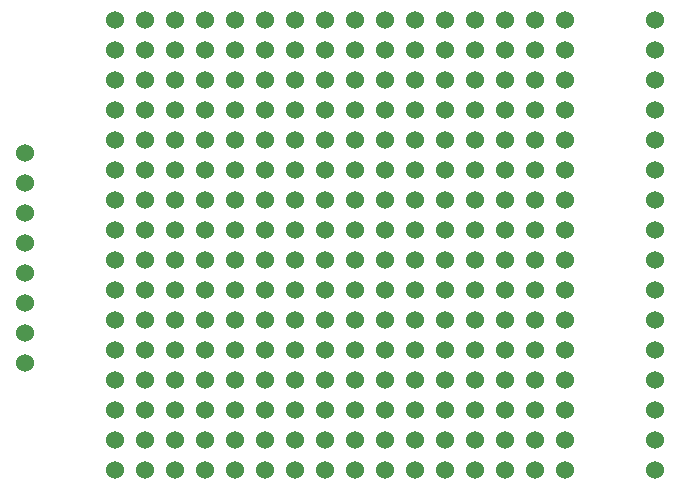
<source format=gbr>
%TF.GenerationSoftware,KiCad,Pcbnew,(5.1.10-1-10_14)*%
%TF.CreationDate,2021-10-20T14:53:20-04:00*%
%TF.ProjectId,DIODE-prototype-board,44494f44-452d-4707-926f-746f74797065,rev?*%
%TF.SameCoordinates,Original*%
%TF.FileFunction,Soldermask,Top*%
%TF.FilePolarity,Negative*%
%FSLAX46Y46*%
G04 Gerber Fmt 4.6, Leading zero omitted, Abs format (unit mm)*
G04 Created by KiCad (PCBNEW (5.1.10-1-10_14)) date 2021-10-20 14:53:20*
%MOMM*%
%LPD*%
G01*
G04 APERTURE LIST*
%ADD10C,1.524000*%
G04 APERTURE END LIST*
D10*
%TO.C,U1*%
X112522000Y-159174000D03*
X112522000Y-141394000D03*
X112522000Y-169334000D03*
X112522000Y-154094000D03*
X112522000Y-138854000D03*
X112522000Y-151554000D03*
X112522000Y-131234000D03*
X112522000Y-166794000D03*
X112522000Y-136314000D03*
X112522000Y-161714000D03*
X112522000Y-146474000D03*
X112522000Y-149014000D03*
X112522000Y-143934000D03*
X112522000Y-156634000D03*
X112522000Y-164254000D03*
X112522000Y-133774000D03*
X120142000Y-169334000D03*
X120142000Y-161714000D03*
X120142000Y-166794000D03*
X120142000Y-164254000D03*
X120142000Y-156634000D03*
X120142000Y-151554000D03*
X120142000Y-159174000D03*
X120142000Y-154094000D03*
X120142000Y-149014000D03*
X120142000Y-146474000D03*
X120142000Y-143934000D03*
X120142000Y-141394000D03*
X120142000Y-138854000D03*
X120142000Y-136314000D03*
X120142000Y-133774000D03*
X120142000Y-131234000D03*
X66802000Y-142494000D03*
X66802000Y-145034000D03*
X66802000Y-147574000D03*
X66802000Y-150114000D03*
X66802000Y-152654000D03*
X66802000Y-155194000D03*
X66802000Y-157734000D03*
X66802000Y-160274000D03*
X107442000Y-143934000D03*
X107442000Y-156634000D03*
X107442000Y-164254000D03*
X107442000Y-133774000D03*
X107442000Y-166794000D03*
X107442000Y-136314000D03*
X107442000Y-161714000D03*
X107442000Y-146474000D03*
X107442000Y-149014000D03*
X107442000Y-159174000D03*
X107442000Y-141394000D03*
X107442000Y-169334000D03*
X107442000Y-154094000D03*
X107442000Y-138854000D03*
X107442000Y-151554000D03*
X107442000Y-131234000D03*
X102362000Y-143934000D03*
X102362000Y-156634000D03*
X102362000Y-164254000D03*
X102362000Y-133774000D03*
X102362000Y-166794000D03*
X102362000Y-136314000D03*
X102362000Y-161714000D03*
X102362000Y-146474000D03*
X102362000Y-149014000D03*
X102362000Y-159174000D03*
X102362000Y-141394000D03*
X102362000Y-169334000D03*
X102362000Y-154094000D03*
X102362000Y-138854000D03*
X102362000Y-151554000D03*
X102362000Y-131234000D03*
X97282000Y-143934000D03*
X97282000Y-156634000D03*
X97282000Y-164254000D03*
X97282000Y-133774000D03*
X97282000Y-166794000D03*
X97282000Y-136314000D03*
X97282000Y-161714000D03*
X97282000Y-146474000D03*
X97282000Y-149014000D03*
X97282000Y-159174000D03*
X97282000Y-141394000D03*
X97282000Y-169334000D03*
X97282000Y-154094000D03*
X97282000Y-138854000D03*
X97282000Y-151554000D03*
X97282000Y-131234000D03*
X92202000Y-156634000D03*
X92202000Y-164254000D03*
X92202000Y-133774000D03*
X92202000Y-166794000D03*
X92202000Y-136314000D03*
X92202000Y-161714000D03*
X92202000Y-146474000D03*
X92202000Y-149014000D03*
X92202000Y-159174000D03*
X92202000Y-141394000D03*
X92202000Y-169334000D03*
X92202000Y-154094000D03*
X92202000Y-138854000D03*
X92202000Y-151554000D03*
X92202000Y-131234000D03*
X92202000Y-143934000D03*
X87122000Y-136314000D03*
X87122000Y-154094000D03*
X87122000Y-149014000D03*
X87122000Y-138854000D03*
X87122000Y-131234000D03*
X87122000Y-143934000D03*
X87122000Y-169334000D03*
X87122000Y-141394000D03*
X87122000Y-164254000D03*
X87122000Y-146474000D03*
X87122000Y-151554000D03*
X87122000Y-133774000D03*
X87122000Y-159174000D03*
X87122000Y-166794000D03*
X87122000Y-161714000D03*
X87122000Y-156634000D03*
X82042000Y-149014000D03*
X82042000Y-141394000D03*
X82042000Y-146474000D03*
X82042000Y-143934000D03*
X82042000Y-136314000D03*
X82042000Y-131234000D03*
X82042000Y-138854000D03*
X82042000Y-154094000D03*
X82042000Y-133774000D03*
X82042000Y-169334000D03*
X82042000Y-161714000D03*
X82042000Y-166794000D03*
X82042000Y-164254000D03*
X82042000Y-156634000D03*
X82042000Y-151554000D03*
X82042000Y-159174000D03*
X89662000Y-156634000D03*
X74422000Y-156634000D03*
X79502000Y-154094000D03*
X84582000Y-169334000D03*
X94742000Y-169334000D03*
X99822000Y-169334000D03*
X109982000Y-169334000D03*
X89662000Y-169334000D03*
X104902000Y-169334000D03*
X74422000Y-169334000D03*
X76962000Y-169334000D03*
X74422000Y-161714000D03*
X109982000Y-164254000D03*
X84582000Y-164254000D03*
X94742000Y-164254000D03*
X76962000Y-161714000D03*
X79502000Y-166794000D03*
X89662000Y-166794000D03*
X74422000Y-166794000D03*
X76962000Y-166794000D03*
X99822000Y-164254000D03*
X79502000Y-164254000D03*
X89662000Y-164254000D03*
X109982000Y-161714000D03*
X84582000Y-161714000D03*
X94742000Y-161714000D03*
X99822000Y-161714000D03*
X79502000Y-161714000D03*
X84582000Y-166794000D03*
X94742000Y-166794000D03*
X99822000Y-166794000D03*
X89662000Y-161714000D03*
X109982000Y-166794000D03*
X74422000Y-164254000D03*
X76962000Y-164254000D03*
X104902000Y-161714000D03*
X89662000Y-151554000D03*
X84582000Y-151554000D03*
X104902000Y-166794000D03*
X94742000Y-154094000D03*
X94742000Y-151554000D03*
X76962000Y-156634000D03*
X79502000Y-151554000D03*
X94742000Y-156634000D03*
X99822000Y-156634000D03*
X104902000Y-156634000D03*
X76962000Y-151554000D03*
X109982000Y-156634000D03*
X74422000Y-151554000D03*
X89662000Y-159174000D03*
X74422000Y-159174000D03*
X76962000Y-159174000D03*
X94742000Y-159174000D03*
X99822000Y-159174000D03*
X104902000Y-159174000D03*
X109982000Y-159174000D03*
X84582000Y-159174000D03*
X104902000Y-151554000D03*
X79502000Y-169334000D03*
X84582000Y-156634000D03*
X109982000Y-151554000D03*
X79502000Y-156634000D03*
X104902000Y-154094000D03*
X99822000Y-154094000D03*
X109982000Y-154094000D03*
X84582000Y-154094000D03*
X76962000Y-154094000D03*
X74422000Y-154094000D03*
X89662000Y-154094000D03*
X99822000Y-151554000D03*
X104902000Y-164254000D03*
X79502000Y-159174000D03*
X79502000Y-149014000D03*
X89662000Y-149014000D03*
X74422000Y-149014000D03*
X76962000Y-149014000D03*
X84582000Y-149014000D03*
X94742000Y-149014000D03*
X99822000Y-149014000D03*
X109982000Y-149014000D03*
X104902000Y-149014000D03*
X109982000Y-146474000D03*
X84582000Y-146474000D03*
X94742000Y-146474000D03*
X99822000Y-146474000D03*
X79502000Y-146474000D03*
X89662000Y-146474000D03*
X74422000Y-146474000D03*
X76962000Y-146474000D03*
X104902000Y-146474000D03*
X74422000Y-143934000D03*
X76962000Y-143934000D03*
X109982000Y-143934000D03*
X84582000Y-143934000D03*
X94742000Y-143934000D03*
X99822000Y-143934000D03*
X79502000Y-143934000D03*
X89662000Y-143934000D03*
X104902000Y-143934000D03*
X89662000Y-141394000D03*
X74422000Y-141394000D03*
X76962000Y-141394000D03*
X94742000Y-141394000D03*
X99822000Y-141394000D03*
X104902000Y-141394000D03*
X109982000Y-141394000D03*
X84582000Y-141394000D03*
X79502000Y-141394000D03*
X89662000Y-138854000D03*
X74422000Y-138854000D03*
X76962000Y-138854000D03*
X94742000Y-138854000D03*
X99822000Y-138854000D03*
X104902000Y-138854000D03*
X109982000Y-138854000D03*
X84582000Y-138854000D03*
X79502000Y-138854000D03*
X79502000Y-136314000D03*
X94742000Y-136314000D03*
X104902000Y-136314000D03*
X99822000Y-136314000D03*
X109982000Y-136314000D03*
X84582000Y-136314000D03*
X76962000Y-136314000D03*
X74422000Y-136314000D03*
X89662000Y-136314000D03*
X89662000Y-133774000D03*
X84582000Y-133774000D03*
X94742000Y-133774000D03*
X79502000Y-133774000D03*
X76962000Y-133774000D03*
X74422000Y-133774000D03*
X104902000Y-133774000D03*
X109982000Y-133774000D03*
X99822000Y-133774000D03*
X109982000Y-131234000D03*
X104902000Y-131234000D03*
X99822000Y-131234000D03*
X94742000Y-131234000D03*
X89662000Y-131234000D03*
X84582000Y-131234000D03*
X79502000Y-131234000D03*
X76962000Y-131234000D03*
X74422000Y-131234000D03*
%TD*%
M02*

</source>
